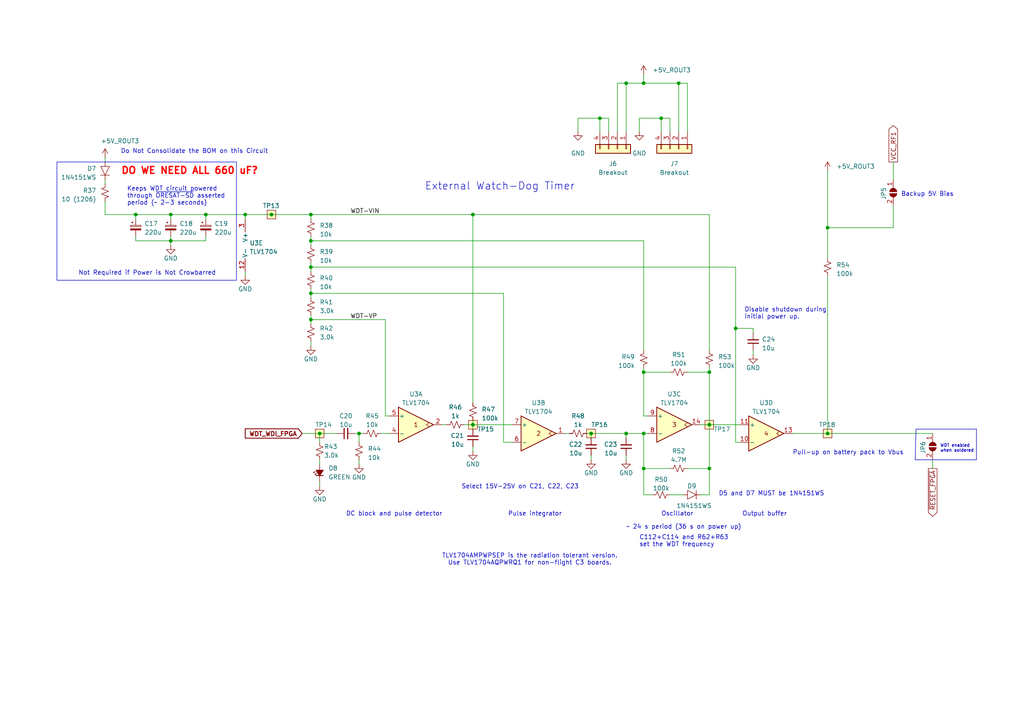
<source format=kicad_sch>
(kicad_sch (version 20231120) (generator "eeschema") (generator_version "8.0")
  (paper "A4")
  (lib_symbols
    (symbol "Connector_Generic:Conn_01x04" (pin_names (offset 1.016) hide)
      (property "Reference" "J" (at 0 5.08 0))
      (property "Value" "Conn_01x04" (at 0 -7.62 0))
      (symbol "Conn_01x04_1_1"
        (pin passive line (at -5.08 2.54 0) (length 3.81) (name "Pin_1") (number "1"))
        (pin passive line (at -5.08 0 0) (length 3.81) (name "Pin_2") (number "2"))
        (pin passive line (at -5.08 -2.54 0) (length 3.81) (name "Pin_3") (number "3"))
        (pin passive line (at -5.08 -5.08 0) (length 3.81) (name "Pin_4") (number "4"))
      )
    )
    (symbol "Device:C_Polarized_Small" (pin_numbers hide) (pin_names (offset 0.254) hide)
      (property "Reference" "C" (at 0.254 1.778 0))
      (property "Value" "C_Polarized_Small" (at 0.254 -2.032 0))
      (symbol "C_Polarized_Small_1_1"
        (pin passive line (at 0 2.54 270) (length 1.8542) (name "~") (number "1"))
        (pin passive line (at 0 -2.54 90) (length 1.8542) (name "~") (number "2"))
      )
    )
    (symbol "Device:C_Small" (pin_numbers hide) (pin_names (offset 0.254) hide)
      (property "Reference" "C" (at 0.254 1.778 0))
      (property "Value" "C_Small" (at 0.254 -2.032 0))
      (symbol "C_Small_1_1"
        (pin passive line (at 0 2.54 270) (length 2.032) (name "~") (number "1"))
        (pin passive line (at 0 -2.54 90) (length 2.032) (name "~") (number "2"))
      )
    )
    (symbol "Device:LED_Small_Filled" (pin_numbers hide) (pin_names (offset 0.254) hide)
      (property "Reference" "D" (at -1.27 3.175 0))
      (property "Value" "LED_Small_Filled" (at -4.445 -2.54 0))
      (symbol "LED_Small_Filled_1_1"
        (pin passive line (at -2.54 0 0) (length 1.778) (name "K") (number "1"))
        (pin passive line (at 2.54 0 180) (length 1.778) (name "A") (number "2"))
      )
    )
    (symbol "Device:R_Small_US" (pin_numbers hide) (pin_names (offset 0.254) hide)
      (property "Reference" "R" (at 0.762 0.508 0))
      (property "Value" "R_Small_US" (at 0.762 -1.016 0))
      (symbol "R_Small_US_1_1"
        (pin passive line (at 0 2.54 270) (length 1.016) (name "~") (number "1"))
        (pin passive line (at 0 -2.54 90) (length 1.016) (name "~") (number "2"))
      )
    )
    (symbol "GND_1" (power) (pin_numbers hide) (pin_names (offset 0) hide)
      (property "Value" "GND" (at 0 -3.81 0))
      (symbol "GND_1_1_1"
        (pin power_in line (at 0 0 270) (length 0) (name "~") (number "1"))
      )
    )
    (symbol "Jumper:SolderJumper_2_Open" (pin_names (offset 0) hide)
      (property "Reference" "JP" (at 0 2.032 0))
      (property "Value" "SolderJumper_2_Open" (at 0 -2.54 0))
      (symbol "SolderJumper_2_Open_1_1"
        (pin passive line (at -3.81 0 0) (length 2.54) (name "A") (number "1"))
        (pin passive line (at 3.81 0 180) (length 2.54) (name "B") (number "2"))
      )
    )
    (symbol "TLV1704AIPWR_1" (pin_names (offset 0.127))
      (property "Reference" "U" (at 0 5.08 0))
      (property "Value" "TLV1704AIPWR" (at 0 -5.08 0))
      (symbol "TLV1704AIPWR_1_1_1"
        (text "1" (at 0 0 0) (effects (font (size 1.27 1.27))))
        (pin open_collector line (at 7.62 0 180) (length 2.54) (name "~") (number "2"))
        (pin input line (at -7.62 -2.54 0) (length 2.54) (name "-") (number "4"))
        (pin input line (at -7.62 2.54 0) (length 2.54) (name "+") (number "5"))
      )
      (symbol "TLV1704AIPWR_1_2_1"
        (text "2" (at 0 0 0) (effects (font (size 1.27 1.27))))
        (pin open_collector line (at 7.62 0 180) (length 2.54) (name "~") (number "1"))
        (pin input line (at -7.62 -2.54 0) (length 2.54) (name "-") (number "6"))
        (pin input line (at -7.62 2.54 0) (length 2.54) (name "+") (number "7"))
      )
      (symbol "TLV1704AIPWR_1_3_1"
        (text "3" (at 0 0 0) (effects (font (size 1.27 1.27))))
        (pin open_collector line (at 7.62 0 180) (length 2.54) (name "~") (number "14"))
        (pin input line (at -7.62 -2.54 0) (length 2.54) (name "-") (number "8"))
        (pin input line (at -7.62 2.54 0) (length 2.54) (name "+") (number "9"))
      )
      (symbol "TLV1704AIPWR_1_4_1"
        (text "4" (at 0 0 0) (effects (font (size 1.27 1.27))))
        (pin input line (at -7.62 -2.54 0) (length 2.54) (name "-") (number "10"))
        (pin input line (at -7.62 2.54 0) (length 2.54) (name "+") (number "11"))
        (pin open_collector line (at 7.62 0 180) (length 2.54) (name "~") (number "13"))
      )
      (symbol "TLV1704AIPWR_1_5_1"
        (pin power_in line (at -2.54 -7.62 90) (length 3.81) (name "V-") (number "12"))
        (pin power_in line (at -2.54 7.62 270) (length 3.81) (name "V+") (number "3"))
      )
    )
    (symbol "TLV1704AIPWR_2" (pin_names (offset 0.127))
      (property "Reference" "U" (at 0 5.08 0))
      (property "Value" "TLV1704AIPWR" (at 0 -5.08 0))
      (symbol "TLV1704AIPWR_2_1_1"
        (text "1" (at 0 0 0) (effects (font (size 1.27 1.27))))
        (pin open_collector line (at 7.62 0 180) (length 2.54) (name "~") (number "2"))
        (pin input line (at -7.62 -2.54 0) (length 2.54) (name "-") (number "4"))
        (pin input line (at -7.62 2.54 0) (length 2.54) (name "+") (number "5"))
      )
      (symbol "TLV1704AIPWR_2_2_1"
        (text "2" (at 0 0 0) (effects (font (size 1.27 1.27))))
        (pin open_collector line (at 7.62 0 180) (length 2.54) (name "~") (number "1"))
        (pin input line (at -7.62 -2.54 0) (length 2.54) (name "-") (number "6"))
        (pin input line (at -7.62 2.54 0) (length 2.54) (name "+") (number "7"))
      )
      (symbol "TLV1704AIPWR_2_3_1"
        (text "3" (at 0 0 0) (effects (font (size 1.27 1.27))))
        (pin open_collector line (at 7.62 0 180) (length 2.54) (name "~") (number "14"))
        (pin input line (at -7.62 -2.54 0) (length 2.54) (name "-") (number "8"))
        (pin input line (at -7.62 2.54 0) (length 2.54) (name "+") (number "9"))
      )
      (symbol "TLV1704AIPWR_2_4_1"
        (text "4" (at 0 0 0) (effects (font (size 1.27 1.27))))
        (pin input line (at -7.62 -2.54 0) (length 2.54) (name "-") (number "10"))
        (pin input line (at -7.62 2.54 0) (length 2.54) (name "+") (number "11"))
        (pin open_collector line (at 7.62 0 180) (length 2.54) (name "~") (number "13"))
      )
      (symbol "TLV1704AIPWR_2_5_1"
        (pin power_in line (at -2.54 -7.62 90) (length 3.81) (name "V-") (number "12"))
        (pin power_in line (at -2.54 7.62 270) (length 3.81) (name "V+") (number "3"))
      )
    )
    (symbol "TLV1704AIPWR_3" (pin_names (offset 0.127))
      (property "Reference" "U" (at 0 5.08 0))
      (property "Value" "TLV1704AIPWR" (at 0 -5.08 0))
      (symbol "TLV1704AIPWR_3_1_1"
        (text "1" (at 0 0 0) (effects (font (size 1.27 1.27))))
        (pin open_collector line (at 7.62 0 180) (length 2.54) (name "~") (number "2"))
        (pin input line (at -7.62 -2.54 0) (length 2.54) (name "-") (number "4"))
        (pin input line (at -7.62 2.54 0) (length 2.54) (name "+") (number "5"))
      )
      (symbol "TLV1704AIPWR_3_2_1"
        (text "2" (at 0 0 0) (effects (font (size 1.27 1.27))))
        (pin open_collector line (at 7.62 0 180) (length 2.54) (name "~") (number "1"))
        (pin input line (at -7.62 -2.54 0) (length 2.54) (name "-") (number "6"))
        (pin input line (at -7.62 2.54 0) (length 2.54) (name "+") (number "7"))
      )
      (symbol "TLV1704AIPWR_3_3_1"
        (text "3" (at 0 0 0) (effects (font (size 1.27 1.27))))
        (pin open_collector line (at 7.62 0 180) (length 2.54) (name "~") (number "14"))
        (pin input line (at -7.62 -2.54 0) (length 2.54) (name "-") (number "8"))
        (pin input line (at -7.62 2.54 0) (length 2.54) (name "+") (number "9"))
      )
      (symbol "TLV1704AIPWR_3_4_1"
        (text "4" (at 0 0 0) (effects (font (size 1.27 1.27))))
        (pin input line (at -7.62 -2.54 0) (length 2.54) (name "-") (number "10"))
        (pin input line (at -7.62 2.54 0) (length 2.54) (name "+") (number "11"))
        (pin open_collector line (at 7.62 0 180) (length 2.54) (name "~") (number "13"))
      )
      (symbol "TLV1704AIPWR_3_5_1"
        (pin power_in line (at -2.54 -7.62 90) (length 3.81) (name "V-") (number "12"))
        (pin power_in line (at -2.54 7.62 270) (length 3.81) (name "V+") (number "3"))
      )
    )
    (symbol "TLV1704AIPWR_4" (pin_names (offset 0.127))
      (property "Reference" "U" (at 0 5.08 0))
      (property "Value" "TLV1704AIPWR" (at 0 -5.08 0))
      (symbol "TLV1704AIPWR_4_1_1"
        (text "1" (at 0 0 0) (effects (font (size 1.27 1.27))))
        (pin open_collector line (at 7.62 0 180) (length 2.54) (name "~") (number "2"))
        (pin input line (at -7.62 -2.54 0) (length 2.54) (name "-") (number "4"))
        (pin input line (at -7.62 2.54 0) (length 2.54) (name "+") (number "5"))
      )
      (symbol "TLV1704AIPWR_4_2_1"
        (text "2" (at 0 0 0) (effects (font (size 1.27 1.27))))
        (pin open_collector line (at 7.62 0 180) (length 2.54) (name "~") (number "1"))
        (pin input line (at -7.62 -2.54 0) (length 2.54) (name "-") (number "6"))
        (pin input line (at -7.62 2.54 0) (length 2.54) (name "+") (number "7"))
      )
      (symbol "TLV1704AIPWR_4_3_1"
        (text "3" (at 0 0 0) (effects (font (size 1.27 1.27))))
        (pin open_collector line (at 7.62 0 180) (length 2.54) (name "~") (number "14"))
        (pin input line (at -7.62 -2.54 0) (length 2.54) (name "-") (number "8"))
        (pin input line (at -7.62 2.54 0) (length 2.54) (name "+") (number "9"))
      )
      (symbol "TLV1704AIPWR_4_4_1"
        (text "4" (at 0 0 0) (effects (font (size 1.27 1.27))))
        (pin input line (at -7.62 -2.54 0) (length 2.54) (name "-") (number "10"))
        (pin input line (at -7.62 2.54 0) (length 2.54) (name "+") (number "11"))
        (pin open_collector line (at 7.62 0 180) (length 2.54) (name "~") (number "13"))
      )
      (symbol "TLV1704AIPWR_4_5_1"
        (pin power_in line (at -2.54 -7.62 90) (length 3.81) (name "V-") (number "12"))
        (pin power_in line (at -2.54 7.62 270) (length 3.81) (name "V+") (number "3"))
      )
    )
    (symbol "oresat-diodes:1N4151WS-HE3" (pin_numbers hide) (pin_names (offset 0) hide)
      (property "Reference" "D" (at 0 2.54 0))
      (property "Value" "1N4151WS" (at 0 -2.54 0))
      (symbol "1N4151WS-HE3_1_1"
        (pin passive line (at 2.54 0 180) (length 1.27) (name "1") (number "1"))
        (pin passive line (at -2.54 0 0) (length 1.27) (name "2") (number "2"))
      )
    )
    (symbol "oresat-ics:TLV1704AIPWR" (pin_names (offset 0.127))
      (property "Reference" "U" (at 0 5.08 0))
      (property "Value" "TLV1704AIPWR" (at 0 -5.08 0))
      (symbol "TLV1704AIPWR_1_1"
        (text "1" (at 0 0 0) (effects (font (size 1.27 1.27))))
        (pin open_collector line (at 7.62 0 180) (length 2.54) (name "~") (number "2"))
        (pin input line (at -7.62 -2.54 0) (length 2.54) (name "-") (number "4"))
        (pin input line (at -7.62 2.54 0) (length 2.54) (name "+") (number "5"))
      )
      (symbol "TLV1704AIPWR_2_1"
        (text "2" (at 0 0 0) (effects (font (size 1.27 1.27))))
        (pin open_collector line (at 7.62 0 180) (length 2.54) (name "~") (number "1"))
        (pin input line (at -7.62 -2.54 0) (length 2.54) (name "-") (number "6"))
        (pin input line (at -7.62 2.54 0) (length 2.54) (name "+") (number "7"))
      )
      (symbol "TLV1704AIPWR_3_1"
        (text "3" (at 0 0 0) (effects (font (size 1.27 1.27))))
        (pin open_collector line (at 7.62 0 180) (length 2.54) (name "~") (number "14"))
        (pin input line (at -7.62 -2.54 0) (length 2.54) (name "-") (number "8"))
        (pin input line (at -7.62 2.54 0) (length 2.54) (name "+") (number "9"))
      )
      (symbol "TLV1704AIPWR_4_1"
        (text "4" (at 0 0 0) (effects (font (size 1.27 1.27))))
        (pin input line (at -7.62 -2.54 0) (length 2.54) (name "-") (number "10"))
        (pin input line (at -7.62 2.54 0) (length 2.54) (name "+") (number "11"))
        (pin open_collector line (at 7.62 0 180) (length 2.54) (name "~") (number "13"))
      )
      (symbol "TLV1704AIPWR_5_1"
        (pin power_in line (at -2.54 -7.62 90) (length 3.81) (name "V-") (number "12"))
        (pin power_in line (at -2.54 7.62 270) (length 3.81) (name "V+") (number "3"))
      )
    )
    (symbol "oresat-misc:Test-Point-0.75mm-th" (exclude_from_sim yes) (in_bom no)
      (property "Reference" "TP" (at 0 2.54 0))
      (symbol "Test-Point-0.75mm-th_1_0"
        (pin passive line (at 0 0 0) (length 0) (name "1") (number "1"))
      )
    )
    (symbol "power:GND" (power) (pin_names (offset 0))
      (property "Value" "GND" (at 0 -3.81 0))
      (symbol "GND_1_1"
        (pin power_in line (at 0 0 270) (length 0) hide (name "GND") (number "1"))
      )
    )
    (symbol "power:VBUS" (power) (pin_numbers hide) (pin_names (offset 0) hide)
      (property "Value" "VBUS" (at 0 3.556 0))
      (symbol "VBUS_1_1"
        (pin power_in line (at 0 0 90) (length 0) (name "~") (number "1"))
      )
    )
  )
  (junction (at 171.45 125.73))
  (junction (at 39.37 62.23))
  (junction (at 240.03 66.04))
  (junction (at 90.17 77.47))
  (junction (at 186.69 107.95))
  (junction (at 49.53 69.85))
  (junction (at 205.74 135.89))
  (junction (at 181.61 24.13))
  (junction (at 90.17 69.85))
  (junction (at 205.74 123.19))
  (junction (at 173.99 34.29))
  (junction (at 240.03 125.73))
  (junction (at 213.36 95.25))
  (junction (at 59.69 62.23))
  (junction (at 186.69 24.13))
  (junction (at 137.16 62.23))
  (junction (at 137.16 123.19))
  (junction (at 71.12 62.23))
  (junction (at 90.17 85.09))
  (junction (at 191.77 34.29))
  (junction (at 92.71 125.73))
  (junction (at 186.69 125.73))
  (junction (at 181.61 125.73))
  (junction (at 205.74 107.95))
  (junction (at 104.14 125.73))
  (junction (at 78.74 62.23))
  (junction (at 49.53 62.23))
  (junction (at 90.17 62.23))
  (junction (at 90.17 92.71))
  (junction (at 186.69 135.89))
  (junction (at 196.85 24.13))
  (wire (pts (xy 185.42 34.29) (xy 185.42 38.1)))
  (wire (pts (xy 259.08 59.69) (xy 259.08 66.04)))
  (wire (pts (xy 167.64 34.29) (xy 167.64 38.1)))
  (wire (pts (xy 173.99 38.1) (xy 173.99 34.29)))
  (wire (pts (xy 59.69 63.5) (xy 59.69 62.23)))
  (wire (pts (xy 137.16 130.81) (xy 137.16 129.54)))
  (wire (pts (xy 181.61 127) (xy 181.61 125.73)))
  (wire (pts (xy 170.18 125.73) (xy 171.45 125.73)))
  (wire (pts (xy 49.53 69.85) (xy 39.37 69.85)))
  (wire (pts (xy 186.69 125.73) (xy 187.96 125.73)))
  (wire (pts (xy 199.39 38.1) (xy 199.39 24.13)))
  (wire (pts (xy 90.17 69.85) (xy 186.69 69.85)))
  (wire (pts (xy 181.61 24.13) (xy 181.61 38.1)))
  (wire (pts (xy 186.69 120.65) (xy 186.69 107.95)))
  (wire (pts (xy 199.39 24.13) (xy 196.85 24.13)))
  (wire (pts (xy 181.61 133.35) (xy 181.61 132.08)))
  (wire (pts (xy 173.99 34.29) (xy 167.64 34.29)))
  (wire (pts (xy 90.17 92.71) (xy 111.76 92.71)))
  (wire (pts (xy 92.71 140.97) (xy 92.71 139.7)))
  (wire (pts (xy 90.17 92.71) (xy 90.17 93.98)))
  (wire (pts (xy 90.17 99.06) (xy 90.17 100.33)))
  (wire (pts (xy 128.27 123.19) (xy 129.54 123.19)))
  (wire (pts (xy 71.12 62.23) (xy 78.74 62.23)))
  (polyline (pts (xy 265.43 133.35) (xy 265.684 124.46)))
  (wire (pts (xy 137.16 123.19) (xy 137.16 124.46)))
  (wire (pts (xy 186.69 143.51) (xy 186.69 135.89)))
  (wire (pts (xy 59.69 62.23) (xy 71.12 62.23)))
  (wire (pts (xy 259.08 46.99) (xy 259.08 52.07)))
  (wire (pts (xy 171.45 133.35) (xy 171.45 132.08)))
  (wire (pts (xy 49.53 69.85) (xy 59.69 69.85)))
  (wire (pts (xy 104.14 133.35) (xy 104.14 134.62)))
  (wire (pts (xy 92.71 128.27) (xy 92.71 125.73)))
  (wire (pts (xy 186.69 143.51) (xy 189.23 143.51)))
  (wire (pts (xy 213.36 128.27) (xy 214.63 128.27)))
  (wire (pts (xy 191.77 34.29) (xy 194.31 34.29)))
  (wire (pts (xy 240.03 125.73) (xy 270.51 125.73)))
  (polyline (pts (xy 265.684 124.46) (xy 283.21 124.46)))
  (wire (pts (xy 49.53 69.85) (xy 49.53 71.12)))
  (wire (pts (xy 186.69 135.89) (xy 186.69 125.73)))
  (wire (pts (xy 49.53 62.23) (xy 49.53 63.5)))
  (wire (pts (xy 71.12 80.01) (xy 71.12 78.74)))
  (wire (pts (xy 196.85 38.1) (xy 196.85 24.13)))
  (wire (pts (xy 229.87 125.73) (xy 240.03 125.73)))
  (wire (pts (xy 30.48 45.72) (xy 30.48 46.99)))
  (wire (pts (xy 163.83 125.73) (xy 165.1 125.73)))
  (wire (pts (xy 171.45 125.73) (xy 181.61 125.73)))
  (wire (pts (xy 240.03 49.53) (xy 240.03 66.04)))
  (wire (pts (xy 213.36 95.25) (xy 213.36 128.27)))
  (wire (pts (xy 111.76 92.71) (xy 111.76 120.65)))
  (polyline (pts (xy 283.21 124.46) (xy 283.21 133.35)))
  (wire (pts (xy 179.07 24.13) (xy 181.61 24.13)))
  (wire (pts (xy 90.17 68.58) (xy 90.17 69.85)))
  (wire (pts (xy 194.31 34.29) (xy 194.31 38.1)))
  (wire (pts (xy 205.74 135.89) (xy 205.74 123.19)))
  (wire (pts (xy 218.44 102.87) (xy 218.44 101.6)))
  (wire (pts (xy 137.16 123.19) (xy 148.59 123.19)))
  (wire (pts (xy 134.62 123.19) (xy 137.16 123.19)))
  (wire (pts (xy 104.14 125.73) (xy 104.14 128.27)))
  (wire (pts (xy 186.69 106.68) (xy 186.69 107.95)))
  (wire (pts (xy 137.16 62.23) (xy 90.17 62.23)))
  (wire (pts (xy 199.39 135.89) (xy 205.74 135.89)))
  (wire (pts (xy 90.17 77.47) (xy 90.17 78.74)))
  (wire (pts (xy 176.53 34.29) (xy 176.53 38.1)))
  (wire (pts (xy 187.96 120.65) (xy 186.69 120.65)))
  (wire (pts (xy 181.61 24.13) (xy 186.69 24.13)))
  (wire (pts (xy 213.36 77.47) (xy 213.36 95.25)))
  (wire (pts (xy 90.17 91.44) (xy 90.17 92.71)))
  (wire (pts (xy 92.71 133.35) (xy 92.71 134.62)))
  (wire (pts (xy 90.17 63.5) (xy 90.17 62.23)))
  (wire (pts (xy 196.85 24.13) (xy 186.69 24.13)))
  (wire (pts (xy 39.37 68.58) (xy 39.37 69.85)))
  (wire (pts (xy 137.16 123.19) (xy 137.16 121.92)))
  (wire (pts (xy 199.39 107.95) (xy 205.74 107.95)))
  (wire (pts (xy 30.48 58.42) (xy 30.48 62.23)))
  (wire (pts (xy 205.74 101.6) (xy 205.74 62.23)))
  (wire (pts (xy 194.31 143.51) (xy 198.12 143.51)))
  (wire (pts (xy 102.87 125.73) (xy 104.14 125.73)))
  (wire (pts (xy 194.31 135.89) (xy 186.69 135.89)))
  (wire (pts (xy 90.17 83.82) (xy 90.17 85.09)))
  (wire (pts (xy 146.05 85.09) (xy 146.05 128.27)))
  (wire (pts (xy 213.36 95.25) (xy 218.44 95.25)))
  (wire (pts (xy 90.17 85.09) (xy 90.17 86.36)))
  (wire (pts (xy 205.74 106.68) (xy 205.74 107.95)))
  (wire (pts (xy 87.63 125.73) (xy 92.71 125.73)))
  (wire (pts (xy 104.14 125.73) (xy 105.41 125.73)))
  (wire (pts (xy 171.45 125.73) (xy 171.45 127)))
  (wire (pts (xy 71.12 63.5) (xy 71.12 62.23)))
  (wire (pts (xy 203.2 143.51) (xy 205.74 143.51)))
  (wire (pts (xy 90.17 69.85) (xy 90.17 71.12)))
  (wire (pts (xy 111.76 120.65) (xy 113.03 120.65)))
  (wire (pts (xy 30.48 52.07) (xy 30.48 53.34)))
  (wire (pts (xy 90.17 76.2) (xy 90.17 77.47)))
  (wire (pts (xy 30.48 62.23) (xy 39.37 62.23)))
  (wire (pts (xy 203.2 123.19) (xy 205.74 123.19)))
  (wire (pts (xy 186.69 107.95) (xy 194.31 107.95)))
  (wire (pts (xy 240.03 66.04) (xy 240.03 74.93)))
  (wire (pts (xy 240.03 80.01) (xy 240.03 125.73)))
  (wire (pts (xy 92.71 125.73) (xy 97.79 125.73)))
  (wire (pts (xy 90.17 85.09) (xy 146.05 85.09)))
  (wire (pts (xy 39.37 62.23) (xy 49.53 62.23)))
  (wire (pts (xy 137.16 62.23) (xy 205.74 62.23)))
  (wire (pts (xy 146.05 128.27) (xy 148.59 128.27)))
  (wire (pts (xy 205.74 107.95) (xy 205.74 123.19)))
  (wire (pts (xy 59.69 68.58) (xy 59.69 69.85)))
  (wire (pts (xy 181.61 125.73) (xy 186.69 125.73)))
  (wire (pts (xy 179.07 38.1) (xy 179.07 24.13)))
  (wire (pts (xy 259.08 66.04) (xy 240.03 66.04)))
  (wire (pts (xy 191.77 38.1) (xy 191.77 34.29)))
  (wire (pts (xy 137.16 62.23) (xy 137.16 116.84)))
  (wire (pts (xy 191.77 34.29) (xy 185.42 34.29)))
  (wire (pts (xy 218.44 96.52) (xy 218.44 95.25)))
  (wire (pts (xy 205.74 143.51) (xy 205.74 135.89)))
  (wire (pts (xy 39.37 62.23) (xy 39.37 63.5)))
  (polyline (pts (xy 283.21 133.35) (xy 265.43 133.35)))
  (wire (pts (xy 110.49 125.73) (xy 113.03 125.73)))
  (wire (pts (xy 49.53 68.58) (xy 49.53 69.85)))
  (wire (pts (xy 186.69 24.13) (xy 186.69 21.59)))
  (wire (pts (xy 49.53 62.23) (xy 59.69 62.23)))
  (wire (pts (xy 205.74 123.19) (xy 214.63 123.19)))
  (wire (pts (xy 90.17 77.47) (xy 213.36 77.47)))
  (wire (pts (xy 173.99 34.29) (xy 176.53 34.29)))
  (wire (pts (xy 270.51 133.35) (xy 270.51 135.89)))
  (wire (pts (xy 186.69 101.6) (xy 186.69 69.85)))
  (wire (pts (xy 78.74 62.23) (xy 90.17 62.23)))
  (rectangle (start 16.51 46.99) (end 68.58 81.28))
  (text "WDT enabled\nwhen soldered" (at 272.669 131.318 0) (effects (font (size 0.889 0.889)) (justify left bottom)))
  (text "Output buffer" (at 215.265 149.86 0) (effects (font (size 1.27 1.27)) (justify left bottom)))
  (text "C112+C114 and R62+R63 \nset the WDT frequency" (at 185.42 158.75 0) (effects (font (size 1.27 1.27)) (justify left bottom)))
  (text "Disable shutdown during\ninitial power up." (at 215.9 92.71 0) (effects (font (size 1.27 1.27)) (justify left bottom)))
  (text "Not Required if Power is Not Crowbarred " (at 43.18 79.248 0) (effects (font (size 1.27 1.27))))
  (text "External Watch-Dog Timer" (at 123.19 55.372 0) (effects (font (size 2.159 2.159)) (justify left bottom)))
  (text "DC block and pulse detector" (at 100.33 149.86 0) (effects (font (size 1.27 1.27)) (justify left bottom)))
  (text "Pull-up on battery pack to Vbus" (at 229.87 132.08 0) (effects (font (size 1.27 1.27)) (justify left bottom)))
  (text "Select 15V-25V on C21, C22, C23" (at 150.876 141.224 0) (effects (font (size 1.27 1.27))))
  (text "Pulse integrator" (at 147.32 149.86 0) (effects (font (size 1.27 1.27)) (justify left bottom)))
  (text "TLV1704AMPWPSEP is the radiation tolerant version.\nUse TLV1704AQPWRQ1 for non-flight C3 boards." (at 153.67 162.306 0) (effects (font (size 1.27 1.27))))
  (text "~ 24 s period (36 s on power up)" (at 181.61 153.67 0) (effects (font (size 1.27 1.27)) (justify left bottom)))
  (text "DO WE NEED ALL 660 uF?" (at 35.052 50.8 0) (effects (font (size 2 2) (thickness 0.4) (bold yes)) (justify left bottom)))
  (text "Do Not Consolidate the BOM on this Circuit" (at 56.388 43.942 0) (effects (font (size 1.27 1.27))))
  (text "Oscillator" (at 191.77 149.86 0) (effects (font (size 1.27 1.27)) (justify left bottom)))
  (text "Keeps WDT circuit powered\nthrough ~{ORESAT-SD} asserted\nperiod (~ 2-3 seconds)" (at 36.83 59.69 0) (effects (font (size 1.27 1.27)) (justify left bottom)))
  (text "D5 and D7 MUST be 1N4151WS" (at 223.774 143.256 0) (effects (font (size 1.27 1.27))))
  (text "Backup 5V Bias" (at 268.986 56.388 0) (effects (font (size 1.27 1.27))))
  (label "WDT-VP" (at 101.6 92.71 0))
  (label "WDT-VIN" (at 101.6 62.23 0))
  (global_label "~{RESET_FPGA}" (shape output) (at 270.51 135.89 270) (property "Intersheetrefs" "${INTERSHEET_REFS}" (effects (hide yes))))
  (global_label "VCC_RF1" (shape output) (at 259.08 46.99 90) (property "Intersheetrefs" "${INTERSHEET_REFS}" (effects (hide yes))))
  (global_label "WDT_WDI_FPGA" (shape input) (at 87.63 125.73 180) (effects (font (thickness 0.254) (bold yes))) (property "Intersheetrefs" "${INTERSHEET_REFS}" (effects (hide yes))))
  (symbol (lib_id "Device:R_Small_US") (at 90.17 81.28 0) (unit 1)
    (property "Reference" "R40" (at 92.71 80.645 0) (effects (justify left)))
    (property "Value" "10k" (at 92.71 83.185 0) (effects (justify left)))
    (property "Footprint" "Resistor_SMD:R_0603_1608Metric" (effects (hide yes)))
    (property "Description" "10 kOhms ±1% 0.1W, 1/10W Chip Resistor 0603 (1608 Metric) Automotive AEC-Q200 Thick Film" (effects (hide yes)))
    (property "DPN" "RMCF0603FT10K0CT-ND" (effects (hide yes)))
    (property "DST" "Digi-Key" (effects (hide yes)))
    (property "MFR" "Stackpole Electronics Inc" (effects (hide yes)))
    (property "MPN" "RMCF0603FT10K0" (effects (hide yes)))
  )
  (symbol (lib_id "oresat-misc:Test-Point-0.75mm-th") (at 240.03 125.73 0) (unit 1) (exclude_from_sim yes) (in_bom no)
    (property "Reference" "TP18" (at 237.49 123.19 0) (effects (justify left)))
    (property "Value" "TestPoint-MinTH" (effects (hide yes)))
    (property "Footprint" "oresat-misc:TestPoint-0.75mm-th" (effects (hide yes)))
    (property "Description" "0.75 mm TH test point; good for scope probes and jumpers" (effects (hide yes)))
  )
  (symbol (lib_name "TLV1704AIPWR_4") (lib_id "oresat-ics:TLV1704AIPWR") (at 156.21 125.73 0) (unit 2)
    (property "Reference" "U3" (at 156.21 116.84 0))
    (property "Value" "TLV1704" (at 156.21 119.38 0))
    (property "Footprint" "Package_SO:TSSOP-14_4.4x5mm_P0.65mm" (effects (hide yes)))
    (property "Datasheet" "https://www.ti.com/lit/ds/symlink/tlv1704-sep.pdf" (effects (hide yes)))
    (property "Description" "Analog Comparators 2.2-V to 36-V, radiation tolerant microPower quad comparator in space enhanced plastic 14-TSSOP -55 to 125" (effects (hide yes)))
    (property "MFR" "Texas Instruments" (effects (hide yes)))
    (property "MPN" "TLV1704AQPWRQ1" (effects (hide yes)))
    (property "DST" "Digi-Key" (effects (hide yes)))
    (property "DPN" "296-43799-2-ND" (effects (hide yes)))
  )
  (symbol (lib_id "Device:R_Small_US") (at 196.85 135.89 270) (unit 1)
    (property "Reference" "R52" (at 196.85 130.81 90))
    (property "Value" "4.7M" (at 196.85 133.35 90))
    (property "Footprint" "Resistor_SMD:R_0603_1608Metric" (effects (hide yes)))
    (property "Description" "4.7 MOhms ±1% 0.1W, 1/10W Chip Resistor 0603 (1608 Metric) Automotive AEC-Q200 Thick Film" (effects (hide yes)))
    (property "DPN" "RMCF0603FT4M70CT-ND" (effects (hide yes)))
    (property "DST" "Digi-Key" (effects (hide yes)))
    (property "MFR" "Stackpole Electronics Inc" (effects (hide yes)))
    (property "MPN" "RMCF0603FT4M70" (effects (hide yes)))
  )
  (symbol (lib_id "Device:R_Small_US") (at 191.77 143.51 270) (unit 1)
    (property "Reference" "R50" (at 191.77 139.065 90))
    (property "Value" "100k" (at 191.77 141.605 90))
    (property "Footprint" "Resistor_SMD:R_0603_1608Metric" (effects (hide yes)))
    (property "Description" "100 kOhms ±5% 0.1W, 1/10W Chip Resistor 0603 (1608 Metric) Automotive AEC-Q200 Thick Film" (effects (hide yes)))
    (property "DPN" "RMCF0603FT100KCT-ND" (effects (hide yes)))
    (property "DST" "Digi-Key" (effects (hide yes)))
    (property "MFR" "Stackpole Electronics Inc" (effects (hide yes)))
    (property "MPN" "RMCF0603FT100K" (effects (hide yes)))
  )
  (symbol (lib_id "Jumper:SolderJumper_2_Open") (at 259.08 55.88 270) (unit 1)
    (property "Reference" "JP5" (at 256.286 56.134 0))
    (property "Value" "SolderJumper_2_Open" (effects (hide yes)))
    (property "Footprint" "Jumper:SolderJumper-2_P1.3mm_Open_RoundedPad1.0x1.5mm" (effects (hide yes)))
  )
  (symbol (lib_id "oresat-misc:Test-Point-0.75mm-th") (at 205.74 123.19 0) (unit 1) (exclude_from_sim yes) (in_bom no)
    (property "Reference" "TP17" (at 207.01 124.46 0) (effects (justify left)))
    (property "Value" "TestPoint-MinTH" (effects (hide yes)))
    (property "Footprint" "oresat-misc:TestPoint-0.75mm-th" (effects (hide yes)))
    (property "Description" "0.75 mm TH test point; good for scope probes and jumpers" (effects (hide yes)))
  )
  (symbol (lib_id "power:GND") (at 104.14 134.62 0) (unit 1)
    (property "Reference" "#PWR037" (effects (hide yes)))
    (property "Value" "GND" (at 104.14 138.43 0))
    (property "Description" "Power symbol creates a global label with name \"GND\" , ground" (effects (hide yes)))
  )
  (symbol (lib_id "Device:LED_Small_Filled") (at 92.71 137.16 90) (unit 1)
    (property "Reference" "D8" (at 95.25 135.8265 90) (effects (justify right)))
    (property "Value" "GREEN" (at 95.25 138.3665 90) (effects (justify right)))
    (property "Footprint" "LED_SMD:LED_0603_1608Metric" (effects (hide yes)))
    (property "Description" "Green 520nm LED Indication - Discrete 3.2V 0603 (1608 Metric) - 430 mcd @ 20 mA" (effects (hide yes)))
    (property "DPN" "732-4971-1-ND" (effects (hide yes)))
    (property "DST" "Digi-Key" (effects (hide yes)))
    (property "MFR" "Wurth" (effects (hide yes)))
    (property "MPN" "150060GS75000" (effects (hide yes)))
  )
  (symbol (lib_id "Device:R_Small_US") (at 196.85 107.95 90) (unit 1)
    (property "Reference" "R51" (at 196.85 102.87 90))
    (property "Value" "100k" (at 196.85 105.41 90))
    (property "Footprint" "Resistor_SMD:R_0603_1608Metric" (effects (hide yes)))
    (property "Description" "100 kOhms ±5% 0.1W, 1/10W Chip Resistor 0603 (1608 Metric) Automotive AEC-Q200 Thick Film" (effects (hide yes)))
    (property "DPN" "RMCF0603FT100KCT-ND" (effects (hide yes)))
    (property "DST" "Digi-Key" (effects (hide yes)))
    (property "MFR" "Stackpole Electronics Inc" (effects (hide yes)))
    (property "MPN" "RMCF0603FT100K" (effects (hide yes)))
  )
  (symbol (lib_id "Device:R_Small_US") (at 132.08 123.19 90) (unit 1)
    (property "Reference" "R46" (at 132.08 118.11 90))
    (property "Value" "1k" (at 132.08 120.65 90))
    (property "Footprint" "Resistor_SMD:R_0603_1608Metric" (effects (hide yes)))
    (property "Description" "1 kOhms ±1% 0.1W, 1/10W Chip Resistor 0603 (1608 Metric) Automotive AEC-Q200 Thick Film" (effects (hide yes)))
    (property "DPN" "RMCF0603FT1K00CT-ND" (effects (hide yes)))
    (property "DST" "Digi-Key" (effects (hide yes)))
    (property "MFR" "Stackpole Electronics Inc" (effects (hide yes)))
    (property "MPN" "RMCF0603FT1K00" (effects (hide yes)))
  )
  (symbol (lib_id "power:GND") (at 71.12 80.01 0) (mirror y) (unit 1)
    (property "Reference" "#PWR031" (effects (hide yes)))
    (property "Value" "GND" (at 71.12 83.82 0))
    (property "Description" "Power symbol creates a global label with name \"GND\" , ground" (effects (hide yes)))
  )
  (symbol (lib_id "Connector_Generic:Conn_01x04") (at 196.85 43.18 270) (unit 1)
    (property "Reference" "J7" (at 195.58 47.498 90))
    (property "Value" "Breakout" (at 195.58 50.038 90))
    (property "Footprint" "FC_DEV_BOARD:JST_BM04B-SRSS-TB(LF)(SN)" (effects (hide yes)))
  )
  (symbol (lib_id "Device:R_Small_US") (at 90.17 96.52 0) (unit 1)
    (property "Reference" "R42" (at 92.71 95.25 0) (effects (justify left)))
    (property "Value" "3.0k" (at 92.71 97.79 0) (effects (justify left)))
    (property "Footprint" "Resistor_SMD:R_0603_1608Metric" (effects (hide yes)))
    (property "Description" "3 kOhms ±1% 0.1W, 1/10W Chip Resistor 0603 (1608 Metric) Automotive AEC-Q200 Thick Film" (effects (hide yes)))
    (property "DPN" "RMCF0603FT3K00CT-ND" (effects (hide yes)))
    (property "DST" "Digi-Key" (effects (hide yes)))
    (property "MFR" "Stackpole Electronics Inc" (effects (hide yes)))
    (property "MPN" "RMCF0603FT3K00" (effects (hide yes)))
  )
  (symbol (lib_id "Device:R_Small_US") (at 90.17 66.04 0) (unit 1)
    (property "Reference" "R38" (at 92.71 65.405 0) (effects (justify left)))
    (property "Value" "10k" (at 92.71 67.945 0) (effects (justify left)))
    (property "Footprint" "Resistor_SMD:R_0603_1608Metric" (effects (hide yes)))
    (property "Description" "10 kOhms ±1% 0.1W, 1/10W Chip Resistor 0603 (1608 Metric) Automotive AEC-Q200 Thick Film" (effects (hide yes)))
    (property "DPN" "RMCF0603FT10K0CT-ND" (effects (hide yes)))
    (property "DST" "Digi-Key" (effects (hide yes)))
    (property "MFR" "Stackpole Electronics Inc" (effects (hide yes)))
    (property "MPN" "RMCF0603FT10K0" (effects (hide yes)))
  )
  (symbol (lib_id "Device:C_Small") (at 100.33 125.73 90) (unit 1)
    (property "Reference" "C20" (at 100.3363 120.65 90))
    (property "Value" "10u" (at 100.3363 123.19 90))
    (property "Footprint" "Capacitor_SMD:C_0603_1608Metric" (effects (hide yes)))
    (property "Description" "10 µF ±10% 16V Ceramic Capacitor X5R 0603 (1608 Metric)" (effects (hide yes)))
    (property "DPN" "490-12317-1-ND" (effects (hide yes)))
    (property "DST" "Digi-Key" (effects (hide yes)))
    (property "MFR" "Murata" (effects (hide yes)))
    (property "MPN" "GRT188R61C106KE13D" (effects (hide yes)))
  )
  (symbol (lib_id "Device:R_Small_US") (at 104.14 130.81 0) (unit 1)
    (property "Reference" "R44" (at 106.68 130.175 0) (effects (justify left)))
    (property "Value" "10k" (at 106.68 132.715 0) (effects (justify left)))
    (property "Footprint" "Resistor_SMD:R_0603_1608Metric" (effects (hide yes)))
    (property "Description" "10 kOhms ±1% 0.1W, 1/10W Chip Resistor 0603 (1608 Metric) Automotive AEC-Q200 Thick Film" (effects (hide yes)))
    (property "DPN" "RMCF0603FT10K0CT-ND" (effects (hide yes)))
    (property "DST" "Digi-Key" (effects (hide yes)))
    (property "MFR" "Stackpole Electronics Inc" (effects (hide yes)))
    (property "MPN" "RMCF0603FT10K0" (effects (hide yes)))
  )
  (symbol (lib_id "power:GND") (at 137.16 130.81 0) (unit 1)
    (property "Reference" "#PWR038" (effects (hide yes)))
    (property "Value" "GND" (at 137.16 134.62 0))
    (property "Description" "Power symbol creates a global label with name \"GND\" , ground" (effects (hide yes)))
  )
  (symbol (lib_id "oresat-misc:Test-Point-0.75mm-th") (at 171.45 125.73 0) (unit 1) (exclude_from_sim yes) (in_bom no)
    (property "Reference" "TP16" (at 171.45 123.19 0) (effects (justify left)))
    (property "Value" "TestPoint-MinTH" (effects (hide yes)))
    (property "Footprint" "oresat-misc:TestPoint-0.75mm-th" (effects (hide yes)))
    (property "Description" "0.75 mm TH test point; good for scope probes and jumpers" (effects (hide yes)))
  )
  (symbol (lib_id "power:GND") (at 92.71 140.97 0) (unit 1)
    (property "Reference" "#PWR033" (effects (hide yes)))
    (property "Value" "GND" (at 92.71 144.78 0))
    (property "Description" "Power symbol creates a global label with name \"GND\" , ground" (effects (hide yes)))
  )
  (symbol (lib_id "power:VBUS") (at 30.48 45.72 0) (unit 1)
    (property "Reference" "#PWR029" (effects (hide yes)))
    (property "Value" "+5V_ROUT3" (at 29.21 40.894 0) (effects (justify left)))
    (property "Description" "Power symbol creates a global label with name \"VBUS\"" (effects (hide yes)))
  )
  (symbol (lib_id "power:GND") (at 49.53 71.12 0) (unit 1)
    (property "Reference" "#PWR030" (effects (hide yes)))
    (property "Value" "GND" (at 49.53 74.93 0))
    (property "Description" "Power symbol creates a global label with name \"GND\" , ground" (effects (hide yes)))
  )
  (symbol (lib_id "Device:C_Small") (at 171.45 129.54 0) (mirror x) (unit 1)
    (property "Reference" "C22" (at 168.91 128.8986 0) (effects (justify right)))
    (property "Value" "10u" (at 168.91 131.4386 0) (effects (justify right)))
    (property "Footprint" "Capacitor_SMD:C_0603_1608Metric" (effects (hide yes)))
    (property "Description" "10 µF ±10% 16V Ceramic Capacitor X5R 0603 (1608 Metric)" (effects (hide yes)))
    (property "DPN" "490-12317-1-ND" (effects (hide yes)))
    (property "DST" "Digi-Key" (effects (hide yes)))
    (property "MFR" "Murata" (effects (hide yes)))
    (property "MPN" "GRT188R61C106KE13D" (effects (hide yes)))
  )
  (symbol (lib_id "Device:C_Polarized_Small") (at 39.37 66.04 0) (unit 1)
    (property "Reference" "C17" (at 41.91 64.8589 0) (effects (justify left)))
    (property "Value" "220u" (at 41.91 67.3989 0) (effects (justify left)))
    (property "Footprint" "Capacitor_Tantalum_SMD:CP_EIA-7361-38_AVX-V" (effects (hide yes)))
    (property "Description" "220µF Molded Tantalum Capacitors 25V 2924 (7361 Metric) 100mOhm @ 100kHz" (effects (hide yes)))
    (property "DPN" "478-12518-2-ND" (effects (hide yes)))
    (property "DST" "Digi-Key" (effects (hide yes)))
    (property "MFR" "Kyocera AVX" (effects (hide yes)))
    (property "MPN" "TCN4227M025R0100" (effects (hide yes)))
  )
  (symbol (lib_name "GND_1") (lib_id "power:GND") (at 185.42 38.1 0) (unit 1)
    (property "Reference" "#PWR042" (effects (hide yes)))
    (property "Value" "GND" (at 185.42 44.45 0))
    (property "Description" "Power symbol creates a global label with name \"GND\" , ground" (effects (hide yes)))
  )
  (symbol (lib_id "Device:C_Polarized_Small") (at 49.53 66.04 0) (unit 1)
    (property "Reference" "C18" (at 52.07 64.8589 0) (effects (justify left)))
    (property "Value" "220u" (at 52.07 67.3989 0) (effects (justify left)))
    (property "Footprint" "Capacitor_Tantalum_SMD:CP_EIA-7361-38_AVX-V" (effects (hide yes)))
    (property "Description" "220µF Molded Tantalum Capacitors 16V 2917 (7343 Metric) 100mOhm @ 100kHz" (effects (hide yes)))
    (property "DPN" "478-12518-2-ND" (effects (hide yes)))
    (property "DST" "Digi-Key" (effects (hide yes)))
    (property "MFR" "Kyocera AVX" (effects (hide yes)))
    (property "MPN" "TCN4227M025R0100" (effects (hide yes)))
  )
  (symbol (lib_id "oresat-misc:Test-Point-0.75mm-th") (at 137.16 123.19 0) (unit 1) (exclude_from_sim yes) (in_bom no)
    (property "Reference" "TP15" (at 138.43 124.46 0) (effects (justify left)))
    (property "Value" "TestPoint-MinTH" (effects (hide yes)))
    (property "Footprint" "oresat-misc:TestPoint-0.75mm-th" (effects (hide yes)))
    (property "Description" "0.75 mm TH test point; good for scope probes and jumpers" (effects (hide yes)))
  )
  (symbol (lib_id "Connector_Generic:Conn_01x04") (at 179.07 43.18 270) (unit 1)
    (property "Reference" "J6" (at 177.8 47.498 90))
    (property "Value" "Breakout" (at 177.8 50.038 90))
    (property "Footprint" "Connector_PinHeader_2.54mm:PinHeader_1x04_P2.54mm_Vertical" (effects (hide yes)))
  )
  (symbol (lib_id "Device:R_Small_US") (at 92.71 130.81 0) (unit 1)
    (property "Reference" "R43" (at 93.98 129.54 0) (effects (justify left)))
    (property "Value" "3.0k" (at 93.98 132.08 0) (effects (justify left)))
    (property "Footprint" "Resistor_SMD:R_0603_1608Metric" (effects (hide yes)))
    (property "Description" "3 kOhms ±1% 0.1W, 1/10W Chip Resistor 0603 (1608 Metric) Automotive AEC-Q200 Thick Film" (effects (hide yes)))
    (property "DPN" "RMCF0603FT3K00CT-ND" (effects (hide yes)))
    (property "DST" "Digi-Key" (effects (hide yes)))
    (property "MFR" "Stackpole Electronics Inc" (effects (hide yes)))
    (property "MPN" "RMCF0603FT3K00" (effects (hide yes)))
  )
  (symbol (lib_id "oresat-misc:Test-Point-0.75mm-th") (at 78.74 62.23 0) (unit 1) (exclude_from_sim yes) (in_bom no)
    (property "Reference" "TP13" (at 76.2 59.69 0) (effects (justify left)))
    (property "Value" "TestPoint-MinTH" (effects (hide yes)))
    (property "Footprint" "oresat-misc:TestPoint-0.75mm-th" (effects (hide yes)))
    (property "Description" "0.75 mm TH test point; good for scope probes and jumpers" (effects (hide yes)))
  )
  (symbol (lib_id "Jumper:SolderJumper_2_Open") (at 270.51 129.54 270) (unit 1)
    (property "Reference" "JP6" (at 267.716 129.794 0))
    (property "Value" "SolderJumper_2_Open" (effects (hide yes)))
    (property "Footprint" "Jumper:SolderJumper-2_P1.3mm_Open_RoundedPad1.0x1.5mm" (effects (hide yes)))
  )
  (symbol (lib_name "TLV1704AIPWR_2") (lib_id "oresat-ics:TLV1704AIPWR") (at 195.58 123.19 0) (unit 3)
    (property "Reference" "U3" (at 195.58 114.3 0))
    (property "Value" "TLV1704" (at 195.58 116.84 0))
    (property "Footprint" "Package_SO:TSSOP-14_4.4x5mm_P0.65mm" (effects (hide yes)))
    (property "Datasheet" "https://www.ti.com/lit/ds/symlink/tlv1704-sep.pdf" (effects (hide yes)))
    (property "Description" "Analog Comparators 2.2-V to 36-V, radiation tolerant microPower quad comparator in space enhanced plastic 14-TSSOP -55 to 125" (effects (hide yes)))
    (property "MFR" "Texas Instruments" (effects (hide yes)))
    (property "MPN" "TLV1704AQPWRQ1" (effects (hide yes)))
    (property "DST" "Digi-Key" (effects (hide yes)))
    (property "DPN" "296-43799-2-ND" (effects (hide yes)))
  )
  (symbol (lib_id "Device:R_Small_US") (at 90.17 73.66 0) (unit 1)
    (property "Reference" "R39" (at 92.71 73.025 0) (effects (justify left)))
    (property "Value" "10k" (at 92.71 75.565 0) (effects (justify left)))
    (property "Footprint" "Resistor_SMD:R_0603_1608Metric" (effects (hide yes)))
    (property "Description" "10 kOhms ±1% 0.1W, 1/10W Chip Resistor 0603 (1608 Metric) Automotive AEC-Q200 Thick Film" (effects (hide yes)))
    (property "DPN" "RMCF0603FT10K0CT-ND" (effects (hide yes)))
    (property "DST" "Digi-Key" (effects (hide yes)))
    (property "MFR" "Stackpole Electronics Inc" (effects (hide yes)))
    (property "MPN" "RMCF0603FT10K0" (effects (hide yes)))
  )
  (symbol (lib_id "power:GND") (at 181.61 133.35 0) (mirror y) (unit 1)
    (property "Reference" "#PWR041" (effects (hide yes)))
    (property "Value" "GND" (at 181.61 137.16 0))
    (property "Description" "Power symbol creates a global label with name \"GND\" , ground" (effects (hide yes)))
  )
  (symbol (lib_id "Device:C_Small") (at 181.61 129.54 0) (mirror x) (unit 1)
    (property "Reference" "C23" (at 179.07 128.8986 0) (effects (justify right)))
    (property "Value" "10u" (at 179.07 131.4386 0) (effects (justify right)))
    (property "Footprint" "Capacitor_SMD:C_0603_1608Metric" (effects (hide yes)))
    (property "Description" "10 µF ±10% 16V Ceramic Capacitor X5R 0603 (1608 Metric)" (effects (hide yes)))
    (property "DPN" "490-12317-1-ND" (effects (hide yes)))
    (property "DST" "Digi-Key" (effects (hide yes)))
    (property "MFR" "Murata" (effects (hide yes)))
    (property "MPN" "GRT188R61C106KE13D" (effects (hide yes)))
  )
  (symbol (lib_id "oresat-ics:TLV1704AIPWR") (at 73.66 71.12 0) (unit 5)
    (property "Reference" "U3" (at 72.39 70.485 0) (effects (justify left)))
    (property "Value" "TLV1704" (at 72.39 73.025 0) (effects (justify left)))
    (property "Footprint" "Package_SO:TSSOP-14_4.4x5mm_P0.65mm" (effects (hide yes)))
    (property "Datasheet" "https://www.ti.com/lit/ds/symlink/tlv1704-sep.pdf" (effects (hide yes)))
    (property "Description" "Analog Comparators 2.2-V to 36-V, radiation tolerant microPower quad comparator in space enhanced plastic 14-TSSOP -55 to 125" (effects (hide yes)))
    (property "MFR" "Texas Instruments" (effects (hide yes)))
    (property "MPN" "TLV1704AQPWRQ1" (effects (hide yes)))
    (property "DST" "Digi-Key" (effects (hide yes)))
    (property "DPN" "296-43799-2-ND" (effects (hide yes)))
  )
  (symbol (lib_id "oresat-diodes:1N4151WS-HE3") (at 30.48 49.53 90) (mirror x) (unit 1)
    (property "Reference" "D7" (at 27.94 48.895 90) (effects (justify left)))
    (property "Value" "1N4151WS" (at 27.94 51.435 90) (effects (justify left)))
    (property "Footprint" "Diode_SMD:D_SOD-323" (effects (hide yes)))
    (property "Datasheet" "https://www.vishay.com/docs/85847/1n4151ws.pdf" (effects (hide yes)))
    (property "Description" "Diode Standard 50V 150mA Surface Mount SOD-323" (effects (hide yes)))
    (property "DPN" "112-1N4151WS-E3-08CT-ND" (effects (hide yes)))
    (property "DST" "Digi-Key" (effects (hide yes)))
    (property "MFR" "Vishay" (effects (hide yes)))
    (property "MPN" "1N4151WS-E3-08" (effects (hide yes)))
  )
  (symbol (lib_id "Device:R_Small_US") (at 240.03 77.47 180) (unit 1)
    (property "Reference" "R54" (at 242.57 76.835 0) (effects (justify right)))
    (property "Value" "100k" (at 242.57 79.375 0) (effects (justify right)))
    (property "Footprint" "Resistor_SMD:R_0603_1608Metric" (effects (hide yes)))
    (property "Description" "100 kOhms ±5% 0.1W, 1/10W Chip Resistor 0603 (1608 Metric) Automotive AEC-Q200 Thick Film" (effects (hide yes)))
    (property "DPN" "RMCF0603FT100KCT-ND" (effects (hide yes)))
    (property "DST" "Digi-Key" (effects (hide yes)))
    (property "MFR" "Stackpole Electronics Inc" (effects (hide yes)))
    (property "MPN" "RMCF0603FT100K" (effects (hide yes)))
  )
  (symbol (lib_id "Device:C_Small") (at 218.44 99.06 180) (unit 1)
    (property "Reference" "C24" (at 220.98 98.4186 0) (effects (justify right)))
    (property "Value" "10u" (at 220.98 100.9586 0) (effects (justify right)))
    (property "Footprint" "Capacitor_SMD:C_0603_1608Metric" (effects (hide yes)))
    (property "Description" "10 µF ±10% 16V Ceramic Capacitor X5R 0603 (1608 Metric)" (effects (hide yes)))
    (property "DPN" "490-12317-1-ND" (effects (hide yes)))
    (property "DST" "Digi-Key" (effects (hide yes)))
    (property "MFR" "Murata" (effects (hide yes)))
    (property "MPN" "GRT188R61C106KE13D" (effects (hide yes)))
  )
  (symbol (lib_id "Device:R_Small_US") (at 205.74 104.14 180) (unit 1)
    (property "Reference" "R53" (at 208.28 103.505 0) (effects (justify right)))
    (property "Value" "100k" (at 208.28 106.045 0) (effects (justify right)))
    (property "Footprint" "Resistor_SMD:R_0603_1608Metric" (effects (hide yes)))
    (property "Description" "100 kOhms ±5% 0.1W, 1/10W Chip Resistor 0603 (1608 Metric) Automotive AEC-Q200 Thick Film" (effects (hide yes)))
    (property "DPN" "RMCF0603FT100KCT-ND" (effects (hide yes)))
    (property "DST" "Digi-Key" (effects (hide yes)))
    (property "MFR" "Stackpole Electronics Inc" (effects (hide yes)))
    (property "MPN" "RMCF0603FT100K" (effects (hide yes)))
  )
  (symbol (lib_id "power:GND") (at 171.45 133.35 0) (mirror y) (unit 1)
    (property "Reference" "#PWR040" (effects (hide yes)))
    (property "Value" "GND" (at 171.45 137.16 0))
    (property "Description" "Power symbol creates a global label with name \"GND\" , ground" (effects (hide yes)))
  )
  (symbol (lib_id "power:VBUS") (at 186.69 21.59 0) (unit 1)
    (property "Reference" "#PWR043" (effects (hide yes)))
    (property "Value" "+5V_ROUT3" (at 189.23 20.3199 0) (effects (justify left)))
    (property "Description" "Power symbol creates a global label with name \"VBUS\"" (effects (hide yes)))
  )
  (symbol (lib_id "Device:R_Small_US") (at 186.69 104.14 0) (mirror x) (unit 1)
    (property "Reference" "R49" (at 184.15 103.505 0) (effects (justify right)))
    (property "Value" "100k" (at 184.15 106.045 0) (effects (justify right)))
    (property "Footprint" "Resistor_SMD:R_0603_1608Metric" (effects (hide yes)))
    (property "Description" "100 kOhms ±5% 0.1W, 1/10W Chip Resistor 0603 (1608 Metric) Automotive AEC-Q200 Thick Film" (effects (hide yes)))
    (property "DPN" "RMCF0603FT100KCT-ND" (effects (hide yes)))
    (property "DST" "Digi-Key" (effects (hide yes)))
    (property "MFR" "Stackpole Electronics Inc" (effects (hide yes)))
    (property "MPN" "RMCF0603FT100K" (effects (hide yes)))
  )
  (symbol (lib_id "Device:C_Polarized_Small") (at 59.69 66.04 0) (unit 1)
    (property "Reference" "C19" (at 62.23 64.8589 0) (effects (justify left)))
    (property "Value" "220u" (at 62.23 67.3989 0) (effects (justify left)))
    (property "Footprint" "Capacitor_Tantalum_SMD:CP_EIA-7361-38_AVX-V" (effects (hide yes)))
    (property "Description" "220µF Molded Tantalum Capacitors 16V 2917 (7343 Metric) 100mOhm @ 100kHz" (effects (hide yes)))
    (property "DPN" "478-12518-2-ND" (effects (hide yes)))
    (property "DST" "Digi-Key" (effects (hide yes)))
    (property "MFR" "Kyocera AVX" (effects (hide yes)))
    (property "MPN" "TCN4227M025R0100" (effects (hide yes)))
  )
  (symbol (lib_id "oresat-misc:Test-Point-0.75mm-th") (at 92.71 125.73 0) (unit 1) (exclude_from_sim yes) (in_bom no)
    (property "Reference" "TP14" (at 91.44 123.19 0) (effects (justify left)))
    (property "Value" "TestPoint-MinTH" (effects (hide yes)))
    (property "Footprint" "oresat-misc:TestPoint-0.75mm-th" (effects (hide yes)))
    (property "Description" "0.75 mm TH test point; good for scope probes and jumpers" (effects (hide yes)))
  )
  (symbol (lib_id "Device:R_Small_US") (at 90.17 88.9 0) (unit 1)
    (property "Reference" "R41" (at 92.71 87.63 0) (effects (justify left)))
    (property "Value" "3.0k" (at 92.71 90.17 0) (effects (justify left)))
    (property "Footprint" "Resistor_SMD:R_0603_1608Metric" (effects (hide yes)))
    (property "Description" "3 kOhms ±1% 0.1W, 1/10W Chip Resistor 0603 (1608 Metric) Automotive AEC-Q200 Thick Film" (effects (hide yes)))
    (property "DPN" "RMCF0603FT3K00CT-ND" (effects (hide yes)))
    (property "DST" "Digi-Key" (effects (hide yes)))
    (property "MFR" "Stackpole Electronics Inc" (effects (hide yes)))
    (property "MPN" "RMCF0603FT3K00" (effects (hide yes)))
  )
  (symbol (lib_id "oresat-diodes:1N4151WS-HE3") (at 200.66 143.51 0) (unit 1)
    (property "Reference" "D9" (at 200.66 140.97 0))
    (property "Value" "1N4151WS" (at 201.295 146.685 0))
    (property "Footprint" "Diode_SMD:D_SOD-323" (effects (hide yes)))
    (property "Datasheet" "https://www.vishay.com/docs/85847/1n4151ws.pdf" (effects (hide yes)))
    (property "Description" "Diode Standard 50V 150mA Surface Mount SOD-323" (effects (hide yes)))
    (property "DPN" "112-1N4151WS-E3-08CT-ND" (effects (hide yes)))
    (property "DST" "Digi-Key" (effects (hide yes)))
    (property "MFR" "Vishay" (effects (hide yes)))
    (property "MPN" "1N4151WS-E3-08" (effects (hide yes)))
  )
  (symbol (lib_id "Device:R_Small_US") (at 30.48 55.88 0) (mirror y) (unit 1)
    (property "Reference" "R37" (at 27.94 55.245 0) (effects (justify left)))
    (property "Value" "10 (1206)" (at 27.94 57.785 0) (effects (justify left)))
    (property "Footprint" "Resistor_SMD:R_1206_3216Metric" (effects (hide yes)))
    (property "Description" "10 Ohms ±1% 0.5W, 1/2W Chip Resistor 1206 (3216 Metric) Automotive AEC-Q200, Pulse Withstanding Thick Film" (effects (hide yes)))
    (property "DPN" "RHM10.0AFCT-ND" (effects (hide yes)))
    (property "DST" "Digi-Key" (effects (hide yes)))
    (property "MFR" "Rohm Semiconductor" (effects (hide yes)))
    (property "MPN" "ESR18EZPF10R0" (effects (hide yes)))
  )
  (symbol (lib_name "TLV1704AIPWR_3") (lib_id "oresat-ics:TLV1704AIPWR") (at 222.25 125.73 0) (unit 4)
    (property "Reference" "U3" (at 222.25 116.84 0))
    (property "Value" "TLV1704" (at 222.25 119.38 0))
    (property "Footprint" "Package_SO:TSSOP-14_4.4x5mm_P0.65mm" (effects (hide yes)))
    (property "Datasheet" "https://www.ti.com/lit/ds/symlink/tlv1704-sep.pdf" (effects (hide yes)))
    (property "Description" "Analog Comparators 2.2-V to 36-V, radiation tolerant microPower quad comparator in space enhanced plastic 14-TSSOP -55 to 125" (effects (hide yes)))
    (property "MFR" "Texas Instruments" (effects (hide yes)))
    (property "MPN" "TLV1704AQPWRQ1" (effects (hide yes)))
    (property "DST" "Digi-Key" (effects (hide yes)))
    (property "DPN" "296-43799-2-ND" (effects (hide yes)))
  )
  (symbol (lib_id "Device:R_Small_US") (at 137.16 119.38 0) (unit 1)
    (property "Reference" "R47" (at 139.7 118.745 0) (effects (justify left)))
    (property "Value" "100k" (at 139.7 121.285 0) (effects (justify left)))
    (property "Footprint" "Resistor_SMD:R_0603_1608Metric" (effects (hide yes)))
    (property "Description" "100 kOhms ±5% 0.1W, 1/10W Chip Resistor 0603 (1608 Metric) Automotive AEC-Q200 Thick Film" (effects (hide yes)))
    (property "DPN" "RMCF0603FT100KCT-ND" (effects (hide yes)))
    (property "DST" "Digi-Key" (effects (hide yes)))
    (property "MFR" "Stackpole Electronics Inc" (effects (hide yes)))
    (property "MPN" "RMCF0603FT100K" (effects (hide yes)))
  )
  (symbol (lib_id "Device:R_Small_US") (at 167.64 125.73 90) (unit 1)
    (property "Reference" "R48" (at 167.64 120.65 90))
    (property "Value" "1k" (at 167.64 123.19 90))
    (property "Footprint" "Resistor_SMD:R_0603_1608Metric" (effects (hide yes)))
    (property "Description" "1 kOhms ±1% 0.1W, 1/10W Chip Resistor 0603 (1608 Metric) Automotive AEC-Q200 Thick Film" (effects (hide yes)))
    (property "DPN" "RMCF0603FT1K00CT-ND" (effects (hide yes)))
    (property "DST" "Digi-Key" (effects (hide yes)))
    (property "MFR" "Stackpole Electronics Inc" (effects (hide yes)))
    (property "MPN" "RMCF0603FT1K00" (effects (hide yes)))
  )
  (symbol (lib_name "TLV1704AIPWR_1") (lib_id "oresat-ics:TLV1704AIPWR") (at 120.65 123.19 0) (unit 1)
    (property "Reference" "U3" (at 120.65 114.3 0))
    (property "Value" "TLV1704" (at 120.65 116.84 0))
    (property "Footprint" "Package_SO:TSSOP-14_4.4x5mm_P0.65mm" (effects (hide yes)))
    (property "Datasheet" "https://www.ti.com/lit/ds/symlink/tlv1704-sep.pdf" (effects (hide yes)))
    (property "Description" "Analog Comparators 2.2-V to 36-V, radiation tolerant microPower quad comparator in space enhanced plastic 14-TSSOP -55 to 125" (effects (hide yes)))
    (property "MFR" "Texas Instruments" (effects (hide yes)))
    (property "MPN" "TLV1704AQPWRQ1" (effects (hide yes)))
    (property "DST" "Digi-Key" (effects (hide yes)))
    (property "DPN" "296-43799-2-ND" (effects (hide yes)))
  )
  (symbol (lib_id "Device:R_Small_US") (at 107.95 125.73 90) (unit 1)
    (property "Reference" "R45" (at 107.95 120.65 90))
    (property "Value" "10k" (at 107.95 123.19 90))
    (property "Footprint" "Resistor_SMD:R_0603_1608Metric" (effects (hide yes)))
    (property "Description" "10 kOhms ±1% 0.1W, 1/10W Chip Resistor 0603 (1608 Metric) Automotive AEC-Q200 Thick Film" (effects (hide yes)))
    (property "DPN" "RMCF0603FT10K0CT-ND" (effects (hide yes)))
    (property "DST" "Digi-Key" (effects (hide yes)))
    (property "MFR" "Stackpole Electronics Inc" (effects (hide yes)))
    (property "MPN" "RMCF0603FT10K0" (effects (hide yes)))
  )
  (symbol (lib_name "GND_1") (lib_id "power:GND") (at 167.64 38.1 0) (unit 1)
    (property "Reference" "#PWR039" (effects (hide yes)))
    (property "Value" "GND" (at 167.64 44.45 0))
    (property "Description" "Power symbol creates a global label with name \"GND\" , ground" (effects (hide yes)))
  )
  (symbol (lib_id "power:GND") (at 218.44 102.87 0) (mirror y) (unit 1)
    (property "Reference" "#PWR044" (effects (hide yes)))
    (property "Value" "GND" (at 218.44 106.68 0))
    (property "Description" "Power symbol creates a global label with name \"GND\" , ground" (effects (hide yes)))
  )
  (symbol (lib_id "power:GND") (at 90.17 100.33 0) (unit 1)
    (property "Reference" "#PWR032" (effects (hide yes)))
    (property "Value" "GND" (at 90.17 104.14 0))
    (property "Description" "Power symbol creates a global label with name \"GND\" , ground" (effects (hide yes)))
  )
  (symbol (lib_id "Device:C_Small") (at 137.16 127 0) (mirror x) (unit 1)
    (property "Reference" "C21" (at 134.62 126.3586 0) (effects (justify right)))
    (property "Value" "10u" (at 134.62 128.8986 0) (effects (justify right)))
    (property "Footprint" "Capacitor_SMD:C_0603_1608Metric" (effects (hide yes)))
    (property "Description" "10 µF ±10% 16V Ceramic Capacitor X5R 0603 (1608 Metric)" (effects (hide yes)))
    (property "DPN" "490-12317-1-ND" (effects (hide yes)))
    (property "DST" "Digi-Key" (effects (hide yes)))
    (property "MFR" "Murata" (effects (hide yes)))
    (property "MPN" "GRT188R61C106KE13D" (effects (hide yes)))
  )
  (symbol (lib_id "power:VBUS") (at 240.03 49.53 0) (unit 1)
    (property "Reference" "#PWR045" (effects (hide yes)))
    (property "Value" "+5V_ROUT3" (at 242.57 48.2599 0) (effects (justify left)))
    (property "Description" "Power symbol creates a global label with name \"VBUS\"" (effects (hide yes)))
  )
)
</source>
